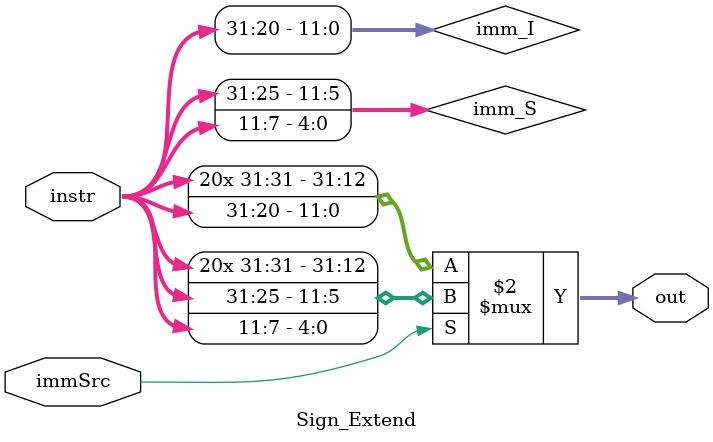
<source format=v>
`timescale 1ns / 1ps


module Sign_Extend (
    input  wire [31:0] instr,
    input  wire        immSrc, // 0 -> I-type, 1 -> S-type
    output wire [31:0] out
);
    wire [11:0] imm_I = instr[31:20];
    wire [11:0] imm_S = {instr[31:25], instr[11:7]};

    assign out = (immSrc == 1'b1) ? {{20{imm_S[11]}}, imm_S} : {{20{imm_I[11]}}, imm_I};
endmodule

</source>
